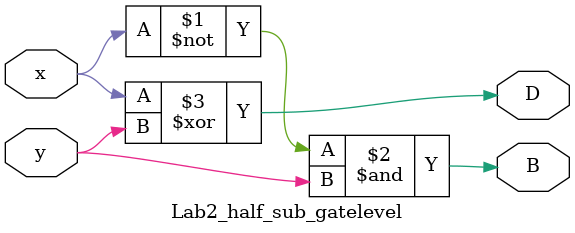
<source format=v>
module Lab2_half_sub_gatelevel(output D,B,input x,y);
	and(B,~x,y);
	xor(D,x,y);	
endmodule
</source>
